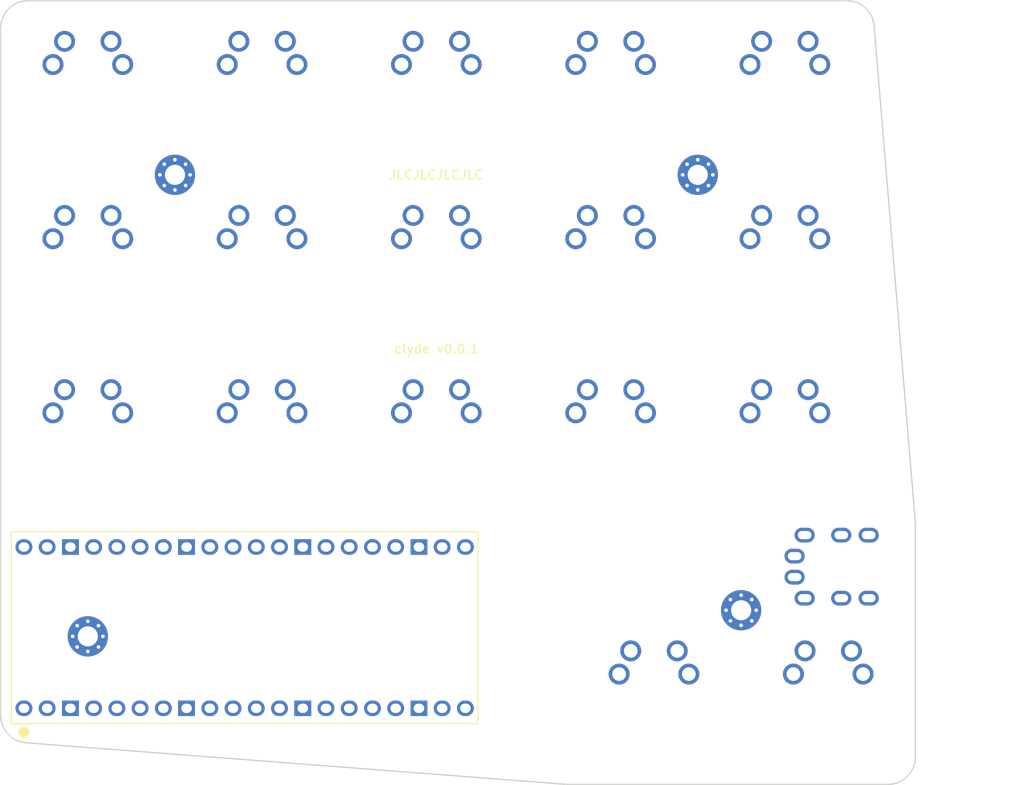
<source format=kicad_pcb>

            
(kicad_pcb (version 20171130) (host pcbnew 5.1.6)

  (page A3)
  (title_block
    (title clyde-mx)
    (rev v1.0.0)
    (company Unknown)
  )

  (general
    (thickness 1.6)
  )

  (layers
    (0 F.Cu signal)
    (31 B.Cu signal)
    (32 B.Adhes user)
    (33 F.Adhes user)
    (34 B.Paste user)
    (35 F.Paste user)
    (36 B.SilkS user)
    (37 F.SilkS user)
    (38 B.Mask user)
    (39 F.Mask user)
    (40 Dwgs.User user)
    (41 Cmts.User user)
    (42 Eco1.User user)
    (43 Eco2.User user)
    (44 Edge.Cuts user)
    (45 Margin user)
    (46 B.CrtYd user)
    (47 F.CrtYd user)
    (48 B.Fab user)
    (49 F.Fab user)
  )

  (setup
    (last_trace_width 0.25)
    (trace_clearance 0.2)
    (zone_clearance 0.508)
    (zone_45_only no)
    (trace_min 0.2)
    (via_size 0.8)
    (via_drill 0.4)
    (via_min_size 0.4)
    (via_min_drill 0.3)
    (uvia_size 0.3)
    (uvia_drill 0.1)
    (uvias_allowed no)
    (uvia_min_size 0.2)
    (uvia_min_drill 0.1)
    (edge_width 0.05)
    (segment_width 0.2)
    (pcb_text_width 0.3)
    (pcb_text_size 1.5 1.5)
    (mod_edge_width 0.12)
    (mod_text_size 1 1)
    (mod_text_width 0.15)
    (pad_size 1.524 1.524)
    (pad_drill 0.762)
    (pad_to_mask_clearance 0.05)
    (aux_axis_origin 0 0)
    (visible_elements FFFFFF7F)
    (pcbplotparams
      (layerselection 0x010fc_ffffffff)
      (usegerberextensions false)
      (usegerberattributes true)
      (usegerberadvancedattributes true)
      (creategerberjobfile true)
      (excludeedgelayer true)
      (linewidth 0.100000)
      (plotframeref false)
      (viasonmask false)
      (mode 1)
      (useauxorigin false)
      (hpglpennumber 1)
      (hpglpenspeed 20)
      (hpglpendiameter 15.000000)
      (psnegative false)
      (psa4output false)
      (plotreference true)
      (plotvalue true)
      (plotinvisibletext false)
      (padsonsilk false)
      (subtractmaskfromsilk false)
      (outputformat 1)
      (mirror false)
      (drillshape 1)
      (scaleselection 1)
      (outputdirectory ""))
  )

            (net 0 "")
(net 1 "matrix_pinky_bottom")
(net 2 "GND")
(net 3 "matrix_pinky_home")
(net 4 "matrix_pinky_top")
(net 5 "matrix_ring_bottom")
(net 6 "matrix_ring_home")
(net 7 "matrix_ring_top")
(net 8 "matrix_middle_bottom")
(net 9 "matrix_middle_home")
(net 10 "matrix_middle_top")
(net 11 "matrix_index_bottom")
(net 12 "matrix_index_home")
(net 13 "matrix_index_top")
(net 14 "matrix_inner_bottom")
(net 15 "matrix_inner_home")
(net 16 "matrix_inner_top")
(net 17 "thumbfan_near_home")
(net 18 "thumbfan_far_home")
(net 19 "GP0")
(net 20 "GP1")
(net 21 "GP2")
(net 22 "GP3")
(net 23 "GP4")
(net 24 "GP5")
(net 25 "GP6")
(net 26 "GP7")
(net 27 "GP8")
(net 28 "GP9")
(net 29 "GP10")
(net 30 "ADC_VREF")
(net 31 "3V3")
(net 32 "VSYS")
(net 33 "VBUS")
            
  (net_class Default "This is the default net class."
    (clearance 0.2)
    (trace_width 0.25)
    (via_dia 0.8)
    (via_drill 0.4)
    (uvia_dia 0.3)
    (uvia_drill 0.1)
    (add_net "")
(add_net "matrix_pinky_bottom")
(add_net "GND")
(add_net "matrix_pinky_home")
(add_net "matrix_pinky_top")
(add_net "matrix_ring_bottom")
(add_net "matrix_ring_home")
(add_net "matrix_ring_top")
(add_net "matrix_middle_bottom")
(add_net "matrix_middle_home")
(add_net "matrix_middle_top")
(add_net "matrix_index_bottom")
(add_net "matrix_index_home")
(add_net "matrix_index_top")
(add_net "matrix_inner_bottom")
(add_net "matrix_inner_home")
(add_net "matrix_inner_top")
(add_net "thumbfan_near_home")
(add_net "thumbfan_far_home")
(add_net "GP0")
(add_net "GP1")
(add_net "GP2")
(add_net "GP3")
(add_net "GP4")
(add_net "GP5")
(add_net "GP6")
(add_net "GP7")
(add_net "GP8")
(add_net "GP9")
(add_net "GP10")
(add_net "ADC_VREF")
(add_net "3V3")
(add_net "VSYS")
(add_net "VBUS")
  )

            
        
      (module MX (layer F.Cu) (tedit 5DD4F656)
      (at 152.4 152.4 0)

      
      (fp_text reference "S1" (at 0 0) (layer F.SilkS) hide (effects (font (size 1.27 1.27) (thickness 0.15))))
      (fp_text value "" (at 0 0) (layer F.SilkS) hide (effects (font (size 1.27 1.27) (thickness 0.15))))

      
      (fp_line (start -7 -6) (end -7 -7) (layer Dwgs.User) (width 0.15))
      (fp_line (start -7 7) (end -6 7) (layer Dwgs.User) (width 0.15))
      (fp_line (start -6 -7) (end -7 -7) (layer Dwgs.User) (width 0.15))
      (fp_line (start -7 7) (end -7 6) (layer Dwgs.User) (width 0.15))
      (fp_line (start 7 6) (end 7 7) (layer Dwgs.User) (width 0.15))
      (fp_line (start 7 -7) (end 6 -7) (layer Dwgs.User) (width 0.15))
      (fp_line (start 6 7) (end 7 7) (layer Dwgs.User) (width 0.15))
      (fp_line (start 7 -7) (end 7 -6) (layer Dwgs.User) (width 0.15))
    
      
      (pad "" np_thru_hole circle (at 0 0) (size 3.9878 3.9878) (drill 3.9878) (layers *.Cu *.Mask))

      
      (pad "" np_thru_hole circle (at 5.08 0) (size 1.7018 1.7018) (drill 1.7018) (layers *.Cu *.Mask))
      (pad "" np_thru_hole circle (at -5.08 0) (size 1.7018 1.7018) (drill 1.7018) (layers *.Cu *.Mask))
      
        
      
      (fp_line (start -9.5 -9.5) (end 9.5 -9.5) (layer Dwgs.User) (width 0.15))
      (fp_line (start 9.5 -9.5) (end 9.5 9.5) (layer Dwgs.User) (width 0.15))
      (fp_line (start 9.5 9.5) (end -9.5 9.5) (layer Dwgs.User) (width 0.15))
      (fp_line (start -9.5 9.5) (end -9.5 -9.5) (layer Dwgs.User) (width 0.15))
      
        
            
            (pad 1 thru_hole circle (at 2.54 -5.08) (size 2.286 2.286) (drill 1.4986) (layers *.Cu *.Mask) (net 1 "matrix_pinky_bottom"))
            (pad 2 thru_hole circle (at -3.81 -2.54) (size 2.286 2.286) (drill 1.4986) (layers *.Cu *.Mask) (net 2 "GND"))
          
        
            
            (pad 1 thru_hole circle (at -2.54 -5.08) (size 2.286 2.286) (drill 1.4986) (layers *.Cu *.Mask) (net 1 "matrix_pinky_bottom"))
            (pad 2 thru_hole circle (at 3.81 -2.54) (size 2.286 2.286) (drill 1.4986) (layers *.Cu *.Mask) (net 2 "GND"))
          )
        

        
      (module MX (layer F.Cu) (tedit 5DD4F656)
      (at 152.4 133.35 0)

      
      (fp_text reference "S2" (at 0 0) (layer F.SilkS) hide (effects (font (size 1.27 1.27) (thickness 0.15))))
      (fp_text value "" (at 0 0) (layer F.SilkS) hide (effects (font (size 1.27 1.27) (thickness 0.15))))

      
      (fp_line (start -7 -6) (end -7 -7) (layer Dwgs.User) (width 0.15))
      (fp_line (start -7 7) (end -6 7) (layer Dwgs.User) (width 0.15))
      (fp_line (start -6 -7) (end -7 -7) (layer Dwgs.User) (width 0.15))
      (fp_line (start -7 7) (end -7 6) (layer Dwgs.User) (width 0.15))
      (fp_line (start 7 6) (end 7 7) (layer Dwgs.User) (width 0.15))
      (fp_line (start 7 -7) (end 6 -7) (layer Dwgs.User) (width 0.15))
      (fp_line (start 6 7) (end 7 7) (layer Dwgs.User) (width 0.15))
      (fp_line (start 7 -7) (end 7 -6) (layer Dwgs.User) (width 0.15))
    
      
      (pad "" np_thru_hole circle (at 0 0) (size 3.9878 3.9878) (drill 3.9878) (layers *.Cu *.Mask))

      
      (pad "" np_thru_hole circle (at 5.08 0) (size 1.7018 1.7018) (drill 1.7018) (layers *.Cu *.Mask))
      (pad "" np_thru_hole circle (at -5.08 0) (size 1.7018 1.7018) (drill 1.7018) (layers *.Cu *.Mask))
      
        
      
      (fp_line (start -9.5 -9.5) (end 9.5 -9.5) (layer Dwgs.User) (width 0.15))
      (fp_line (start 9.5 -9.5) (end 9.5 9.5) (layer Dwgs.User) (width 0.15))
      (fp_line (start 9.5 9.5) (end -9.5 9.5) (layer Dwgs.User) (width 0.15))
      (fp_line (start -9.5 9.5) (end -9.5 -9.5) (layer Dwgs.User) (width 0.15))
      
        
            
            (pad 1 thru_hole circle (at 2.54 -5.08) (size 2.286 2.286) (drill 1.4986) (layers *.Cu *.Mask) (net 3 "matrix_pinky_home"))
            (pad 2 thru_hole circle (at -3.81 -2.54) (size 2.286 2.286) (drill 1.4986) (layers *.Cu *.Mask) (net 2 "GND"))
          
        
            
            (pad 1 thru_hole circle (at -2.54 -5.08) (size 2.286 2.286) (drill 1.4986) (layers *.Cu *.Mask) (net 3 "matrix_pinky_home"))
            (pad 2 thru_hole circle (at 3.81 -2.54) (size 2.286 2.286) (drill 1.4986) (layers *.Cu *.Mask) (net 2 "GND"))
          )
        

        
      (module MX (layer F.Cu) (tedit 5DD4F656)
      (at 152.4 114.3 0)

      
      (fp_text reference "S3" (at 0 0) (layer F.SilkS) hide (effects (font (size 1.27 1.27) (thickness 0.15))))
      (fp_text value "" (at 0 0) (layer F.SilkS) hide (effects (font (size 1.27 1.27) (thickness 0.15))))

      
      (fp_line (start -7 -6) (end -7 -7) (layer Dwgs.User) (width 0.15))
      (fp_line (start -7 7) (end -6 7) (layer Dwgs.User) (width 0.15))
      (fp_line (start -6 -7) (end -7 -7) (layer Dwgs.User) (width 0.15))
      (fp_line (start -7 7) (end -7 6) (layer Dwgs.User) (width 0.15))
      (fp_line (start 7 6) (end 7 7) (layer Dwgs.User) (width 0.15))
      (fp_line (start 7 -7) (end 6 -7) (layer Dwgs.User) (width 0.15))
      (fp_line (start 6 7) (end 7 7) (layer Dwgs.User) (width 0.15))
      (fp_line (start 7 -7) (end 7 -6) (layer Dwgs.User) (width 0.15))
    
      
      (pad "" np_thru_hole circle (at 0 0) (size 3.9878 3.9878) (drill 3.9878) (layers *.Cu *.Mask))

      
      (pad "" np_thru_hole circle (at 5.08 0) (size 1.7018 1.7018) (drill 1.7018) (layers *.Cu *.Mask))
      (pad "" np_thru_hole circle (at -5.08 0) (size 1.7018 1.7018) (drill 1.7018) (layers *.Cu *.Mask))
      
        
      
      (fp_line (start -9.5 -9.5) (end 9.5 -9.5) (layer Dwgs.User) (width 0.15))
      (fp_line (start 9.5 -9.5) (end 9.5 9.5) (layer Dwgs.User) (width 0.15))
      (fp_line (start 9.5 9.5) (end -9.5 9.5) (layer Dwgs.User) (width 0.15))
      (fp_line (start -9.5 9.5) (end -9.5 -9.5) (layer Dwgs.User) (width 0.15))
      
        
            
            (pad 1 thru_hole circle (at 2.54 -5.08) (size 2.286 2.286) (drill 1.4986) (layers *.Cu *.Mask) (net 4 "matrix_pinky_top"))
            (pad 2 thru_hole circle (at -3.81 -2.54) (size 2.286 2.286) (drill 1.4986) (layers *.Cu *.Mask) (net 2 "GND"))
          
        
            
            (pad 1 thru_hole circle (at -2.54 -5.08) (size 2.286 2.286) (drill 1.4986) (layers *.Cu *.Mask) (net 4 "matrix_pinky_top"))
            (pad 2 thru_hole circle (at 3.81 -2.54) (size 2.286 2.286) (drill 1.4986) (layers *.Cu *.Mask) (net 2 "GND"))
          )
        

        
      (module MX (layer F.Cu) (tedit 5DD4F656)
      (at 171.45000000000002 152.4 0)

      
      (fp_text reference "S4" (at 0 0) (layer F.SilkS) hide (effects (font (size 1.27 1.27) (thickness 0.15))))
      (fp_text value "" (at 0 0) (layer F.SilkS) hide (effects (font (size 1.27 1.27) (thickness 0.15))))

      
      (fp_line (start -7 -6) (end -7 -7) (layer Dwgs.User) (width 0.15))
      (fp_line (start -7 7) (end -6 7) (layer Dwgs.User) (width 0.15))
      (fp_line (start -6 -7) (end -7 -7) (layer Dwgs.User) (width 0.15))
      (fp_line (start -7 7) (end -7 6) (layer Dwgs.User) (width 0.15))
      (fp_line (start 7 6) (end 7 7) (layer Dwgs.User) (width 0.15))
      (fp_line (start 7 -7) (end 6 -7) (layer Dwgs.User) (width 0.15))
      (fp_line (start 6 7) (end 7 7) (layer Dwgs.User) (width 0.15))
      (fp_line (start 7 -7) (end 7 -6) (layer Dwgs.User) (width 0.15))
    
      
      (pad "" np_thru_hole circle (at 0 0) (size 3.9878 3.9878) (drill 3.9878) (layers *.Cu *.Mask))

      
      (pad "" np_thru_hole circle (at 5.08 0) (size 1.7018 1.7018) (drill 1.7018) (layers *.Cu *.Mask))
      (pad "" np_thru_hole circle (at -5.08 0) (size 1.7018 1.7018) (drill 1.7018) (layers *.Cu *.Mask))
      
        
      
      (fp_line (start -9.5 -9.5) (end 9.5 -9.5) (layer Dwgs.User) (width 0.15))
      (fp_line (start 9.5 -9.5) (end 9.5 9.5) (layer Dwgs.User) (width 0.15))
      (fp_line (start 9.5 9.5) (end -9.5 9.5) (layer Dwgs.User) (width 0.15))
      (fp_line (start -9.5 9.5) (end -9.5 -9.5) (layer Dwgs.User) (width 0.15))
      
        
            
            (pad 1 thru_hole circle (at 2.54 -5.08) (size 2.286 2.286) (drill 1.4986) (layers *.Cu *.Mask) (net 5 "matrix_ring_bottom"))
            (pad 2 thru_hole circle (at -3.81 -2.54) (size 2.286 2.286) (drill 1.4986) (layers *.Cu *.Mask) (net 2 "GND"))
          
        
            
            (pad 1 thru_hole circle (at -2.54 -5.08) (size 2.286 2.286) (drill 1.4986) (layers *.Cu *.Mask) (net 5 "matrix_ring_bottom"))
            (pad 2 thru_hole circle (at 3.81 -2.54) (size 2.286 2.286) (drill 1.4986) (layers *.Cu *.Mask) (net 2 "GND"))
          )
        

        
      (module MX (layer F.Cu) (tedit 5DD4F656)
      (at 171.45000000000002 133.35 0)

      
      (fp_text reference "S5" (at 0 0) (layer F.SilkS) hide (effects (font (size 1.27 1.27) (thickness 0.15))))
      (fp_text value "" (at 0 0) (layer F.SilkS) hide (effects (font (size 1.27 1.27) (thickness 0.15))))

      
      (fp_line (start -7 -6) (end -7 -7) (layer Dwgs.User) (width 0.15))
      (fp_line (start -7 7) (end -6 7) (layer Dwgs.User) (width 0.15))
      (fp_line (start -6 -7) (end -7 -7) (layer Dwgs.User) (width 0.15))
      (fp_line (start -7 7) (end -7 6) (layer Dwgs.User) (width 0.15))
      (fp_line (start 7 6) (end 7 7) (layer Dwgs.User) (width 0.15))
      (fp_line (start 7 -7) (end 6 -7) (layer Dwgs.User) (width 0.15))
      (fp_line (start 6 7) (end 7 7) (layer Dwgs.User) (width 0.15))
      (fp_line (start 7 -7) (end 7 -6) (layer Dwgs.User) (width 0.15))
    
      
      (pad "" np_thru_hole circle (at 0 0) (size 3.9878 3.9878) (drill 3.9878) (layers *.Cu *.Mask))

      
      (pad "" np_thru_hole circle (at 5.08 0) (size 1.7018 1.7018) (drill 1.7018) (layers *.Cu *.Mask))
      (pad "" np_thru_hole circle (at -5.08 0) (size 1.7018 1.7018) (drill 1.7018) (layers *.Cu *.Mask))
      
        
      
      (fp_line (start -9.5 -9.5) (end 9.5 -9.5) (layer Dwgs.User) (width 0.15))
      (fp_line (start 9.5 -9.5) (end 9.5 9.5) (layer Dwgs.User) (width 0.15))
      (fp_line (start 9.5 9.5) (end -9.5 9.5) (layer Dwgs.User) (width 0.15))
      (fp_line (start -9.5 9.5) (end -9.5 -9.5) (layer Dwgs.User) (width 0.15))
      
        
            
            (pad 1 thru_hole circle (at 2.54 -5.08) (size 2.286 2.286) (drill 1.4986) (layers *.Cu *.Mask) (net 6 "matrix_ring_home"))
            (pad 2 thru_hole circle (at -3.81 -2.54) (size 2.286 2.286) (drill 1.4986) (layers *.Cu *.Mask) (net 2 "GND"))
          
        
            
            (pad 1 thru_hole circle (at -2.54 -5.08) (size 2.286 2.286) (drill 1.4986) (layers *.Cu *.Mask) (net 6 "matrix_ring_home"))
            (pad 2 thru_hole circle (at 3.81 -2.54) (size 2.286 2.286) (drill 1.4986) (layers *.Cu *.Mask) (net 2 "GND"))
          )
        

        
      (module MX (layer F.Cu) (tedit 5DD4F656)
      (at 171.45000000000002 114.3 0)

      
      (fp_text reference "S6" (at 0 0) (layer F.SilkS) hide (effects (font (size 1.27 1.27) (thickness 0.15))))
      (fp_text value "" (at 0 0) (layer F.SilkS) hide (effects (font (size 1.27 1.27) (thickness 0.15))))

      
      (fp_line (start -7 -6) (end -7 -7) (layer Dwgs.User) (width 0.15))
      (fp_line (start -7 7) (end -6 7) (layer Dwgs.User) (width 0.15))
      (fp_line (start -6 -7) (end -7 -7) (layer Dwgs.User) (width 0.15))
      (fp_line (start -7 7) (end -7 6) (layer Dwgs.User) (width 0.15))
      (fp_line (start 7 6) (end 7 7) (layer Dwgs.User) (width 0.15))
      (fp_line (start 7 -7) (end 6 -7) (layer Dwgs.User) (width 0.15))
      (fp_line (start 6 7) (end 7 7) (layer Dwgs.User) (width 0.15))
      (fp_line (start 7 -7) (end 7 -6) (layer Dwgs.User) (width 0.15))
    
      
      (pad "" np_thru_hole circle (at 0 0) (size 3.9878 3.9878) (drill 3.9878) (layers *.Cu *.Mask))

      
      (pad "" np_thru_hole circle (at 5.08 0) (size 1.7018 1.7018) (drill 1.7018) (layers *.Cu *.Mask))
      (pad "" np_thru_hole circle (at -5.08 0) (size 1.7018 1.7018) (drill 1.7018) (layers *.Cu *.Mask))
      
        
      
      (fp_line (start -9.5 -9.5) (end 9.5 -9.5) (layer Dwgs.User) (width 0.15))
      (fp_line (start 9.5 -9.5) (end 9.5 9.5) (layer Dwgs.User) (width 0.15))
      (fp_line (start 9.5 9.5) (end -9.5 9.5) (layer Dwgs.User) (width 0.15))
      (fp_line (start -9.5 9.5) (end -9.5 -9.5) (layer Dwgs.User) (width 0.15))
      
        
            
            (pad 1 thru_hole circle (at 2.54 -5.08) (size 2.286 2.286) (drill 1.4986) (layers *.Cu *.Mask) (net 7 "matrix_ring_top"))
            (pad 2 thru_hole circle (at -3.81 -2.54) (size 2.286 2.286) (drill 1.4986) (layers *.Cu *.Mask) (net 2 "GND"))
          
        
            
            (pad 1 thru_hole circle (at -2.54 -5.08) (size 2.286 2.286) (drill 1.4986) (layers *.Cu *.Mask) (net 7 "matrix_ring_top"))
            (pad 2 thru_hole circle (at 3.81 -2.54) (size 2.286 2.286) (drill 1.4986) (layers *.Cu *.Mask) (net 2 "GND"))
          )
        

        
      (module MX (layer F.Cu) (tedit 5DD4F656)
      (at 190.5 152.4 0)

      
      (fp_text reference "S7" (at 0 0) (layer F.SilkS) hide (effects (font (size 1.27 1.27) (thickness 0.15))))
      (fp_text value "" (at 0 0) (layer F.SilkS) hide (effects (font (size 1.27 1.27) (thickness 0.15))))

      
      (fp_line (start -7 -6) (end -7 -7) (layer Dwgs.User) (width 0.15))
      (fp_line (start -7 7) (end -6 7) (layer Dwgs.User) (width 0.15))
      (fp_line (start -6 -7) (end -7 -7) (layer Dwgs.User) (width 0.15))
      (fp_line (start -7 7) (end -7 6) (layer Dwgs.User) (width 0.15))
      (fp_line (start 7 6) (end 7 7) (layer Dwgs.User) (width 0.15))
      (fp_line (start 7 -7) (end 6 -7) (layer Dwgs.User) (width 0.15))
      (fp_line (start 6 7) (end 7 7) (layer Dwgs.User) (width 0.15))
      (fp_line (start 7 -7) (end 7 -6) (layer Dwgs.User) (width 0.15))
    
      
      (pad "" np_thru_hole circle (at 0 0) (size 3.9878 3.9878) (drill 3.9878) (layers *.Cu *.Mask))

      
      (pad "" np_thru_hole circle (at 5.08 0) (size 1.7018 1.7018) (drill 1.7018) (layers *.Cu *.Mask))
      (pad "" np_thru_hole circle (at -5.08 0) (size 1.7018 1.7018) (drill 1.7018) (layers *.Cu *.Mask))
      
        
      
      (fp_line (start -9.5 -9.5) (end 9.5 -9.5) (layer Dwgs.User) (width 0.15))
      (fp_line (start 9.5 -9.5) (end 9.5 9.5) (layer Dwgs.User) (width 0.15))
      (fp_line (start 9.5 9.5) (end -9.5 9.5) (layer Dwgs.User) (width 0.15))
      (fp_line (start -9.5 9.5) (end -9.5 -9.5) (layer Dwgs.User) (width 0.15))
      
        
            
            (pad 1 thru_hole circle (at 2.54 -5.08) (size 2.286 2.286) (drill 1.4986) (layers *.Cu *.Mask) (net 8 "matrix_middle_bottom"))
            (pad 2 thru_hole circle (at -3.81 -2.54) (size 2.286 2.286) (drill 1.4986) (layers *.Cu *.Mask) (net 2 "GND"))
          
        
            
            (pad 1 thru_hole circle (at -2.54 -5.08) (size 2.286 2.286) (drill 1.4986) (layers *.Cu *.Mask) (net 8 "matrix_middle_bottom"))
            (pad 2 thru_hole circle (at 3.81 -2.54) (size 2.286 2.286) (drill 1.4986) (layers *.Cu *.Mask) (net 2 "GND"))
          )
        

        
      (module MX (layer F.Cu) (tedit 5DD4F656)
      (at 190.5 133.35 0)

      
      (fp_text reference "S8" (at 0 0) (layer F.SilkS) hide (effects (font (size 1.27 1.27) (thickness 0.15))))
      (fp_text value "" (at 0 0) (layer F.SilkS) hide (effects (font (size 1.27 1.27) (thickness 0.15))))

      
      (fp_line (start -7 -6) (end -7 -7) (layer Dwgs.User) (width 0.15))
      (fp_line (start -7 7) (end -6 7) (layer Dwgs.User) (width 0.15))
      (fp_line (start -6 -7) (end -7 -7) (layer Dwgs.User) (width 0.15))
      (fp_line (start -7 7) (end -7 6) (layer Dwgs.User) (width 0.15))
      (fp_line (start 7 6) (end 7 7) (layer Dwgs.User) (width 0.15))
      (fp_line (start 7 -7) (end 6 -7) (layer Dwgs.User) (width 0.15))
      (fp_line (start 6 7) (end 7 7) (layer Dwgs.User) (width 0.15))
      (fp_line (start 7 -7) (end 7 -6) (layer Dwgs.User) (width 0.15))
    
      
      (pad "" np_thru_hole circle (at 0 0) (size 3.9878 3.9878) (drill 3.9878) (layers *.Cu *.Mask))

      
      (pad "" np_thru_hole circle (at 5.08 0) (size 1.7018 1.7018) (drill 1.7018) (layers *.Cu *.Mask))
      (pad "" np_thru_hole circle (at -5.08 0) (size 1.7018 1.7018) (drill 1.7018) (layers *.Cu *.Mask))
      
        
      
      (fp_line (start -9.5 -9.5) (end 9.5 -9.5) (layer Dwgs.User) (width 0.15))
      (fp_line (start 9.5 -9.5) (end 9.5 9.5) (layer Dwgs.User) (width 0.15))
      (fp_line (start 9.5 9.5) (end -9.5 9.5) (layer Dwgs.User) (width 0.15))
      (fp_line (start -9.5 9.5) (end -9.5 -9.5) (layer Dwgs.User) (width 0.15))
      
        
            
            (pad 1 thru_hole circle (at 2.54 -5.08) (size 2.286 2.286) (drill 1.4986) (layers *.Cu *.Mask) (net 9 "matrix_middle_home"))
            (pad 2 thru_hole circle (at -3.81 -2.54) (size 2.286 2.286) (drill 1.4986) (layers *.Cu *.Mask) (net 2 "GND"))
          
        
            
            (pad 1 thru_hole circle (at -2.54 -5.08) (size 2.286 2.286) (drill 1.4986) (layers *.Cu *.Mask) (net 9 "matrix_middle_home"))
            (pad 2 thru_hole circle (at 3.81 -2.54) (size 2.286 2.286) (drill 1.4986) (layers *.Cu *.Mask) (net 2 "GND"))
          )
        

        
      (module MX (layer F.Cu) (tedit 5DD4F656)
      (at 190.5 114.3 0)

      
      (fp_text reference "S9" (at 0 0) (layer F.SilkS) hide (effects (font (size 1.27 1.27) (thickness 0.15))))
      (fp_text value "" (at 0 0) (layer F.SilkS) hide (effects (font (size 1.27 1.27) (thickness 0.15))))

      
      (fp_line (start -7 -6) (end -7 -7) (layer Dwgs.User) (width 0.15))
      (fp_line (start -7 7) (end -6 7) (layer Dwgs.User) (width 0.15))
      (fp_line (start -6 -7) (end -7 -7) (layer Dwgs.User) (width 0.15))
      (fp_line (start -7 7) (end -7 6) (layer Dwgs.User) (width 0.15))
      (fp_line (start 7 6) (end 7 7) (layer Dwgs.User) (width 0.15))
      (fp_line (start 7 -7) (end 6 -7) (layer Dwgs.User) (width 0.15))
      (fp_line (start 6 7) (end 7 7) (layer Dwgs.User) (width 0.15))
      (fp_line (start 7 -7) (end 7 -6) (layer Dwgs.User) (width 0.15))
    
      
      (pad "" np_thru_hole circle (at 0 0) (size 3.9878 3.9878) (drill 3.9878) (layers *.Cu *.Mask))

      
      (pad "" np_thru_hole circle (at 5.08 0) (size 1.7018 1.7018) (drill 1.7018) (layers *.Cu *.Mask))
      (pad "" np_thru_hole circle (at -5.08 0) (size 1.7018 1.7018) (drill 1.7018) (layers *.Cu *.Mask))
      
        
      
      (fp_line (start -9.5 -9.5) (end 9.5 -9.5) (layer Dwgs.User) (width 0.15))
      (fp_line (start 9.5 -9.5) (end 9.5 9.5) (layer Dwgs.User) (width 0.15))
      (fp_line (start 9.5 9.5) (end -9.5 9.5) (layer Dwgs.User) (width 0.15))
      (fp_line (start -9.5 9.5) (end -9.5 -9.5) (layer Dwgs.User) (width 0.15))
      
        
            
            (pad 1 thru_hole circle (at 2.54 -5.08) (size 2.286 2.286) (drill 1.4986) (layers *.Cu *.Mask) (net 10 "matrix_middle_top"))
            (pad 2 thru_hole circle (at -3.81 -2.54) (size 2.286 2.286) (drill 1.4986) (layers *.Cu *.Mask) (net 2 "GND"))
          
        
            
            (pad 1 thru_hole circle (at -2.54 -5.08) (size 2.286 2.286) (drill 1.4986) (layers *.Cu *.Mask) (net 10 "matrix_middle_top"))
            (pad 2 thru_hole circle (at 3.81 -2.54) (size 2.286 2.286) (drill 1.4986) (layers *.Cu *.Mask) (net 2 "GND"))
          )
        

        
      (module MX (layer F.Cu) (tedit 5DD4F656)
      (at 209.55 152.4 0)

      
      (fp_text reference "S10" (at 0 0) (layer F.SilkS) hide (effects (font (size 1.27 1.27) (thickness 0.15))))
      (fp_text value "" (at 0 0) (layer F.SilkS) hide (effects (font (size 1.27 1.27) (thickness 0.15))))

      
      (fp_line (start -7 -6) (end -7 -7) (layer Dwgs.User) (width 0.15))
      (fp_line (start -7 7) (end -6 7) (layer Dwgs.User) (width 0.15))
      (fp_line (start -6 -7) (end -7 -7) (layer Dwgs.User) (width 0.15))
      (fp_line (start -7 7) (end -7 6) (layer Dwgs.User) (width 0.15))
      (fp_line (start 7 6) (end 7 7) (layer Dwgs.User) (width 0.15))
      (fp_line (start 7 -7) (end 6 -7) (layer Dwgs.User) (width 0.15))
      (fp_line (start 6 7) (end 7 7) (layer Dwgs.User) (width 0.15))
      (fp_line (start 7 -7) (end 7 -6) (layer Dwgs.User) (width 0.15))
    
      
      (pad "" np_thru_hole circle (at 0 0) (size 3.9878 3.9878) (drill 3.9878) (layers *.Cu *.Mask))

      
      (pad "" np_thru_hole circle (at 5.08 0) (size 1.7018 1.7018) (drill 1.7018) (layers *.Cu *.Mask))
      (pad "" np_thru_hole circle (at -5.08 0) (size 1.7018 1.7018) (drill 1.7018) (layers *.Cu *.Mask))
      
        
      
      (fp_line (start -9.5 -9.5) (end 9.5 -9.5) (layer Dwgs.User) (width 0.15))
      (fp_line (start 9.5 -9.5) (end 9.5 9.5) (layer Dwgs.User) (width 0.15))
      (fp_line (start 9.5 9.5) (end -9.5 9.5) (layer Dwgs.User) (width 0.15))
      (fp_line (start -9.5 9.5) (end -9.5 -9.5) (layer Dwgs.User) (width 0.15))
      
        
            
            (pad 1 thru_hole circle (at 2.54 -5.08) (size 2.286 2.286) (drill 1.4986) (layers *.Cu *.Mask) (net 11 "matrix_index_bottom"))
            (pad 2 thru_hole circle (at -3.81 -2.54) (size 2.286 2.286) (drill 1.4986) (layers *.Cu *.Mask) (net 2 "GND"))
          
        
            
            (pad 1 thru_hole circle (at -2.54 -5.08) (size 2.286 2.286) (drill 1.4986) (layers *.Cu *.Mask) (net 11 "matrix_index_bottom"))
            (pad 2 thru_hole circle (at 3.81 -2.54) (size 2.286 2.286) (drill 1.4986) (layers *.Cu *.Mask) (net 2 "GND"))
          )
        

        
      (module MX (layer F.Cu) (tedit 5DD4F656)
      (at 209.55 133.35 0)

      
      (fp_text reference "S11" (at 0 0) (layer F.SilkS) hide (effects (font (size 1.27 1.27) (thickness 0.15))))
      (fp_text value "" (at 0 0) (layer F.SilkS) hide (effects (font (size 1.27 1.27) (thickness 0.15))))

      
      (fp_line (start -7 -6) (end -7 -7) (layer Dwgs.User) (width 0.15))
      (fp_line (start -7 7) (end -6 7) (layer Dwgs.User) (width 0.15))
      (fp_line (start -6 -7) (end -7 -7) (layer Dwgs.User) (width 0.15))
      (fp_line (start -7 7) (end -7 6) (layer Dwgs.User) (width 0.15))
      (fp_line (start 7 6) (end 7 7) (layer Dwgs.User) (width 0.15))
      (fp_line (start 7 -7) (end 6 -7) (layer Dwgs.User) (width 0.15))
      (fp_line (start 6 7) (end 7 7) (layer Dwgs.User) (width 0.15))
      (fp_line (start 7 -7) (end 7 -6) (layer Dwgs.User) (width 0.15))
    
      
      (pad "" np_thru_hole circle (at 0 0) (size 3.9878 3.9878) (drill 3.9878) (layers *.Cu *.Mask))

      
      (pad "" np_thru_hole circle (at 5.08 0) (size 1.7018 1.7018) (drill 1.7018) (layers *.Cu *.Mask))
      (pad "" np_thru_hole circle (at -5.08 0) (size 1.7018 1.7018) (drill 1.7018) (layers *.Cu *.Mask))
      
        
      
      (fp_line (start -9.5 -9.5) (end 9.5 -9.5) (layer Dwgs.User) (width 0.15))
      (fp_line (start 9.5 -9.5) (end 9.5 9.5) (layer Dwgs.User) (width 0.15))
      (fp_line (start 9.5 9.5) (end -9.5 9.5) (layer Dwgs.User) (width 0.15))
      (fp_line (start -9.5 9.5) (end -9.5 -9.5) (layer Dwgs.User) (width 0.15))
      
        
            
            (pad 1 thru_hole circle (at 2.54 -5.08) (size 2.286 2.286) (drill 1.4986) (layers *.Cu *.Mask) (net 12 "matrix_index_home"))
            (pad 2 thru_hole circle (at -3.81 -2.54) (size 2.286 2.286) (drill 1.4986) (layers *.Cu *.Mask) (net 2 "GND"))
          
        
            
            (pad 1 thru_hole circle (at -2.54 -5.08) (size 2.286 2.286) (drill 1.4986) (layers *.Cu *.Mask) (net 12 "matrix_index_home"))
            (pad 2 thru_hole circle (at 3.81 -2.54) (size 2.286 2.286) (drill 1.4986) (layers *.Cu *.Mask) (net 2 "GND"))
          )
        

        
      (module MX (layer F.Cu) (tedit 5DD4F656)
      (at 209.55 114.3 0)

      
      (fp_text reference "S12" (at 0 0) (layer F.SilkS) hide (effects (font (size 1.27 1.27) (thickness 0.15))))
      (fp_text value "" (at 0 0) (layer F.SilkS) hide (effects (font (size 1.27 1.27) (thickness 0.15))))

      
      (fp_line (start -7 -6) (end -7 -7) (layer Dwgs.User) (width 0.15))
      (fp_line (start -7 7) (end -6 7) (layer Dwgs.User) (width 0.15))
      (fp_line (start -6 -7) (end -7 -7) (layer Dwgs.User) (width 0.15))
      (fp_line (start -7 7) (end -7 6) (layer Dwgs.User) (width 0.15))
      (fp_line (start 7 6) (end 7 7) (layer Dwgs.User) (width 0.15))
      (fp_line (start 7 -7) (end 6 -7) (layer Dwgs.User) (width 0.15))
      (fp_line (start 6 7) (end 7 7) (layer Dwgs.User) (width 0.15))
      (fp_line (start 7 -7) (end 7 -6) (layer Dwgs.User) (width 0.15))
    
      
      (pad "" np_thru_hole circle (at 0 0) (size 3.9878 3.9878) (drill 3.9878) (layers *.Cu *.Mask))

      
      (pad "" np_thru_hole circle (at 5.08 0) (size 1.7018 1.7018) (drill 1.7018) (layers *.Cu *.Mask))
      (pad "" np_thru_hole circle (at -5.08 0) (size 1.7018 1.7018) (drill 1.7018) (layers *.Cu *.Mask))
      
        
      
      (fp_line (start -9.5 -9.5) (end 9.5 -9.5) (layer Dwgs.User) (width 0.15))
      (fp_line (start 9.5 -9.5) (end 9.5 9.5) (layer Dwgs.User) (width 0.15))
      (fp_line (start 9.5 9.5) (end -9.5 9.5) (layer Dwgs.User) (width 0.15))
      (fp_line (start -9.5 9.5) (end -9.5 -9.5) (layer Dwgs.User) (width 0.15))
      
        
            
            (pad 1 thru_hole circle (at 2.54 -5.08) (size 2.286 2.286) (drill 1.4986) (layers *.Cu *.Mask) (net 13 "matrix_index_top"))
            (pad 2 thru_hole circle (at -3.81 -2.54) (size 2.286 2.286) (drill 1.4986) (layers *.Cu *.Mask) (net 2 "GND"))
          
        
            
            (pad 1 thru_hole circle (at -2.54 -5.08) (size 2.286 2.286) (drill 1.4986) (layers *.Cu *.Mask) (net 13 "matrix_index_top"))
            (pad 2 thru_hole circle (at 3.81 -2.54) (size 2.286 2.286) (drill 1.4986) (layers *.Cu *.Mask) (net 2 "GND"))
          )
        

        
      (module MX (layer F.Cu) (tedit 5DD4F656)
      (at 228.60000000000002 152.4 0)

      
      (fp_text reference "S13" (at 0 0) (layer F.SilkS) hide (effects (font (size 1.27 1.27) (thickness 0.15))))
      (fp_text value "" (at 0 0) (layer F.SilkS) hide (effects (font (size 1.27 1.27) (thickness 0.15))))

      
      (fp_line (start -7 -6) (end -7 -7) (layer Dwgs.User) (width 0.15))
      (fp_line (start -7 7) (end -6 7) (layer Dwgs.User) (width 0.15))
      (fp_line (start -6 -7) (end -7 -7) (layer Dwgs.User) (width 0.15))
      (fp_line (start -7 7) (end -7 6) (layer Dwgs.User) (width 0.15))
      (fp_line (start 7 6) (end 7 7) (layer Dwgs.User) (width 0.15))
      (fp_line (start 7 -7) (end 6 -7) (layer Dwgs.User) (width 0.15))
      (fp_line (start 6 7) (end 7 7) (layer Dwgs.User) (width 0.15))
      (fp_line (start 7 -7) (end 7 -6) (layer Dwgs.User) (width 0.15))
    
      
      (pad "" np_thru_hole circle (at 0 0) (size 3.9878 3.9878) (drill 3.9878) (layers *.Cu *.Mask))

      
      (pad "" np_thru_hole circle (at 5.08 0) (size 1.7018 1.7018) (drill 1.7018) (layers *.Cu *.Mask))
      (pad "" np_thru_hole circle (at -5.08 0) (size 1.7018 1.7018) (drill 1.7018) (layers *.Cu *.Mask))
      
        
      
      (fp_line (start -9.5 -9.5) (end 9.5 -9.5) (layer Dwgs.User) (width 0.15))
      (fp_line (start 9.5 -9.5) (end 9.5 9.5) (layer Dwgs.User) (width 0.15))
      (fp_line (start 9.5 9.5) (end -9.5 9.5) (layer Dwgs.User) (width 0.15))
      (fp_line (start -9.5 9.5) (end -9.5 -9.5) (layer Dwgs.User) (width 0.15))
      
        
            
            (pad 1 thru_hole circle (at 2.54 -5.08) (size 2.286 2.286) (drill 1.4986) (layers *.Cu *.Mask) (net 14 "matrix_inner_bottom"))
            (pad 2 thru_hole circle (at -3.81 -2.54) (size 2.286 2.286) (drill 1.4986) (layers *.Cu *.Mask) (net 2 "GND"))
          
        
            
            (pad 1 thru_hole circle (at -2.54 -5.08) (size 2.286 2.286) (drill 1.4986) (layers *.Cu *.Mask) (net 14 "matrix_inner_bottom"))
            (pad 2 thru_hole circle (at 3.81 -2.54) (size 2.286 2.286) (drill 1.4986) (layers *.Cu *.Mask) (net 2 "GND"))
          )
        

        
      (module MX (layer F.Cu) (tedit 5DD4F656)
      (at 228.60000000000002 133.35 0)

      
      (fp_text reference "S14" (at 0 0) (layer F.SilkS) hide (effects (font (size 1.27 1.27) (thickness 0.15))))
      (fp_text value "" (at 0 0) (layer F.SilkS) hide (effects (font (size 1.27 1.27) (thickness 0.15))))

      
      (fp_line (start -7 -6) (end -7 -7) (layer Dwgs.User) (width 0.15))
      (fp_line (start -7 7) (end -6 7) (layer Dwgs.User) (width 0.15))
      (fp_line (start -6 -7) (end -7 -7) (layer Dwgs.User) (width 0.15))
      (fp_line (start -7 7) (end -7 6) (layer Dwgs.User) (width 0.15))
      (fp_line (start 7 6) (end 7 7) (layer Dwgs.User) (width 0.15))
      (fp_line (start 7 -7) (end 6 -7) (layer Dwgs.User) (width 0.15))
      (fp_line (start 6 7) (end 7 7) (layer Dwgs.User) (width 0.15))
      (fp_line (start 7 -7) (end 7 -6) (layer Dwgs.User) (width 0.15))
    
      
      (pad "" np_thru_hole circle (at 0 0) (size 3.9878 3.9878) (drill 3.9878) (layers *.Cu *.Mask))

      
      (pad "" np_thru_hole circle (at 5.08 0) (size 1.7018 1.7018) (drill 1.7018) (layers *.Cu *.Mask))
      (pad "" np_thru_hole circle (at -5.08 0) (size 1.7018 1.7018) (drill 1.7018) (layers *.Cu *.Mask))
      
        
      
      (fp_line (start -9.5 -9.5) (end 9.5 -9.5) (layer Dwgs.User) (width 0.15))
      (fp_line (start 9.5 -9.5) (end 9.5 9.5) (layer Dwgs.User) (width 0.15))
      (fp_line (start 9.5 9.5) (end -9.5 9.5) (layer Dwgs.User) (width 0.15))
      (fp_line (start -9.5 9.5) (end -9.5 -9.5) (layer Dwgs.User) (width 0.15))
      
        
            
            (pad 1 thru_hole circle (at 2.54 -5.08) (size 2.286 2.286) (drill 1.4986) (layers *.Cu *.Mask) (net 15 "matrix_inner_home"))
            (pad 2 thru_hole circle (at -3.81 -2.54) (size 2.286 2.286) (drill 1.4986) (layers *.Cu *.Mask) (net 2 "GND"))
          
        
            
            (pad 1 thru_hole circle (at -2.54 -5.08) (size 2.286 2.286) (drill 1.4986) (layers *.Cu *.Mask) (net 15 "matrix_inner_home"))
            (pad 2 thru_hole circle (at 3.81 -2.54) (size 2.286 2.286) (drill 1.4986) (layers *.Cu *.Mask) (net 2 "GND"))
          )
        

        
      (module MX (layer F.Cu) (tedit 5DD4F656)
      (at 228.60000000000002 114.3 0)

      
      (fp_text reference "S15" (at 0 0) (layer F.SilkS) hide (effects (font (size 1.27 1.27) (thickness 0.15))))
      (fp_text value "" (at 0 0) (layer F.SilkS) hide (effects (font (size 1.27 1.27) (thickness 0.15))))

      
      (fp_line (start -7 -6) (end -7 -7) (layer Dwgs.User) (width 0.15))
      (fp_line (start -7 7) (end -6 7) (layer Dwgs.User) (width 0.15))
      (fp_line (start -6 -7) (end -7 -7) (layer Dwgs.User) (width 0.15))
      (fp_line (start -7 7) (end -7 6) (layer Dwgs.User) (width 0.15))
      (fp_line (start 7 6) (end 7 7) (layer Dwgs.User) (width 0.15))
      (fp_line (start 7 -7) (end 6 -7) (layer Dwgs.User) (width 0.15))
      (fp_line (start 6 7) (end 7 7) (layer Dwgs.User) (width 0.15))
      (fp_line (start 7 -7) (end 7 -6) (layer Dwgs.User) (width 0.15))
    
      
      (pad "" np_thru_hole circle (at 0 0) (size 3.9878 3.9878) (drill 3.9878) (layers *.Cu *.Mask))

      
      (pad "" np_thru_hole circle (at 5.08 0) (size 1.7018 1.7018) (drill 1.7018) (layers *.Cu *.Mask))
      (pad "" np_thru_hole circle (at -5.08 0) (size 1.7018 1.7018) (drill 1.7018) (layers *.Cu *.Mask))
      
        
      
      (fp_line (start -9.5 -9.5) (end 9.5 -9.5) (layer Dwgs.User) (width 0.15))
      (fp_line (start 9.5 -9.5) (end 9.5 9.5) (layer Dwgs.User) (width 0.15))
      (fp_line (start 9.5 9.5) (end -9.5 9.5) (layer Dwgs.User) (width 0.15))
      (fp_line (start -9.5 9.5) (end -9.5 -9.5) (layer Dwgs.User) (width 0.15))
      
        
            
            (pad 1 thru_hole circle (at 2.54 -5.08) (size 2.286 2.286) (drill 1.4986) (layers *.Cu *.Mask) (net 16 "matrix_inner_top"))
            (pad 2 thru_hole circle (at -3.81 -2.54) (size 2.286 2.286) (drill 1.4986) (layers *.Cu *.Mask) (net 2 "GND"))
          
        
            
            (pad 1 thru_hole circle (at -2.54 -5.08) (size 2.286 2.286) (drill 1.4986) (layers *.Cu *.Mask) (net 16 "matrix_inner_top"))
            (pad 2 thru_hole circle (at 3.81 -2.54) (size 2.286 2.286) (drill 1.4986) (layers *.Cu *.Mask) (net 2 "GND"))
          )
        

        
      (module MX (layer F.Cu) (tedit 5DD4F656)
      (at 214.29000000000002 180.975 0)

      
      (fp_text reference "S16" (at 0 0) (layer F.SilkS) hide (effects (font (size 1.27 1.27) (thickness 0.15))))
      (fp_text value "" (at 0 0) (layer F.SilkS) hide (effects (font (size 1.27 1.27) (thickness 0.15))))

      
      (fp_line (start -7 -6) (end -7 -7) (layer Dwgs.User) (width 0.15))
      (fp_line (start -7 7) (end -6 7) (layer Dwgs.User) (width 0.15))
      (fp_line (start -6 -7) (end -7 -7) (layer Dwgs.User) (width 0.15))
      (fp_line (start -7 7) (end -7 6) (layer Dwgs.User) (width 0.15))
      (fp_line (start 7 6) (end 7 7) (layer Dwgs.User) (width 0.15))
      (fp_line (start 7 -7) (end 6 -7) (layer Dwgs.User) (width 0.15))
      (fp_line (start 6 7) (end 7 7) (layer Dwgs.User) (width 0.15))
      (fp_line (start 7 -7) (end 7 -6) (layer Dwgs.User) (width 0.15))
    
      
      (pad "" np_thru_hole circle (at 0 0) (size 3.9878 3.9878) (drill 3.9878) (layers *.Cu *.Mask))

      
      (pad "" np_thru_hole circle (at 5.08 0) (size 1.7018 1.7018) (drill 1.7018) (layers *.Cu *.Mask))
      (pad "" np_thru_hole circle (at -5.08 0) (size 1.7018 1.7018) (drill 1.7018) (layers *.Cu *.Mask))
      
        
      
      (fp_line (start -9.5 -9.5) (end 9.5 -9.5) (layer Dwgs.User) (width 0.15))
      (fp_line (start 9.5 -9.5) (end 9.5 9.5) (layer Dwgs.User) (width 0.15))
      (fp_line (start 9.5 9.5) (end -9.5 9.5) (layer Dwgs.User) (width 0.15))
      (fp_line (start -9.5 9.5) (end -9.5 -9.5) (layer Dwgs.User) (width 0.15))
      
        
            
            (pad 1 thru_hole circle (at 2.54 -5.08) (size 2.286 2.286) (drill 1.4986) (layers *.Cu *.Mask) (net 17 "thumbfan_near_home"))
            (pad 2 thru_hole circle (at -3.81 -2.54) (size 2.286 2.286) (drill 1.4986) (layers *.Cu *.Mask) (net 2 "GND"))
          
        
            
            (pad 1 thru_hole circle (at -2.54 -5.08) (size 2.286 2.286) (drill 1.4986) (layers *.Cu *.Mask) (net 17 "thumbfan_near_home"))
            (pad 2 thru_hole circle (at 3.81 -2.54) (size 2.286 2.286) (drill 1.4986) (layers *.Cu *.Mask) (net 2 "GND"))
          )
        

        
      (module MX (layer F.Cu) (tedit 5DD4F656)
      (at 233.34000000000003 180.975 0)

      
      (fp_text reference "S17" (at 0 0) (layer F.SilkS) hide (effects (font (size 1.27 1.27) (thickness 0.15))))
      (fp_text value "" (at 0 0) (layer F.SilkS) hide (effects (font (size 1.27 1.27) (thickness 0.15))))

      
      (fp_line (start -7 -6) (end -7 -7) (layer Dwgs.User) (width 0.15))
      (fp_line (start -7 7) (end -6 7) (layer Dwgs.User) (width 0.15))
      (fp_line (start -6 -7) (end -7 -7) (layer Dwgs.User) (width 0.15))
      (fp_line (start -7 7) (end -7 6) (layer Dwgs.User) (width 0.15))
      (fp_line (start 7 6) (end 7 7) (layer Dwgs.User) (width 0.15))
      (fp_line (start 7 -7) (end 6 -7) (layer Dwgs.User) (width 0.15))
      (fp_line (start 6 7) (end 7 7) (layer Dwgs.User) (width 0.15))
      (fp_line (start 7 -7) (end 7 -6) (layer Dwgs.User) (width 0.15))
    
      
      (pad "" np_thru_hole circle (at 0 0) (size 3.9878 3.9878) (drill 3.9878) (layers *.Cu *.Mask))

      
      (pad "" np_thru_hole circle (at 5.08 0) (size 1.7018 1.7018) (drill 1.7018) (layers *.Cu *.Mask))
      (pad "" np_thru_hole circle (at -5.08 0) (size 1.7018 1.7018) (drill 1.7018) (layers *.Cu *.Mask))
      
        
      
      (fp_line (start -9.5 -9.5) (end 9.5 -9.5) (layer Dwgs.User) (width 0.15))
      (fp_line (start 9.5 -9.5) (end 9.5 9.5) (layer Dwgs.User) (width 0.15))
      (fp_line (start 9.5 9.5) (end -9.5 9.5) (layer Dwgs.User) (width 0.15))
      (fp_line (start -9.5 9.5) (end -9.5 -9.5) (layer Dwgs.User) (width 0.15))
      
        
            
            (pad 1 thru_hole circle (at 2.54 -5.08) (size 2.286 2.286) (drill 1.4986) (layers *.Cu *.Mask) (net 18 "thumbfan_far_home"))
            (pad 2 thru_hole circle (at -3.81 -2.54) (size 2.286 2.286) (drill 1.4986) (layers *.Cu *.Mask) (net 2 "GND"))
          
        
            
            (pad 1 thru_hole circle (at -2.54 -5.08) (size 2.286 2.286) (drill 1.4986) (layers *.Cu *.Mask) (net 18 "thumbfan_far_home"))
            (pad 2 thru_hole circle (at 3.81 -2.54) (size 2.286 2.286) (drill 1.4986) (layers *.Cu *.Mask) (net 2 "GND"))
          )
        

      (module RPi_Pico_TH_oval_face_up 
        (layer F.Cu)
        (attr through_hole)
        (at 169.54500000000002 173.35500000000002 90)
        (fp_text reference U0 (at 0 0) (layer F.Fab) hide
          (effects (font (size 1 1) (thickness 0.15)))
          (tstamp db43bf1b-fd5c-4a08-b779-663eec4fe496)
        )
        (fp_text value Pico (at 0 2.159) (layer F.Fab)
          (effects (font (size 1 1) (thickness 0.15)))
          (tstamp 957d80db-26db-4e86-a9dc-29ad4ca5095b)
        )
        (fp_line (start -10.5 25.5) (end 10.5 25.5) (layer F.SilkS) (width 0.12) (tstamp 0ee7d488-c8e1-4c44-86f9-cb3179c1dcc3))
        (fp_line (start -10.5 -25.5) (end -10.5 25.5) (layer F.SilkS) (width 0.12) (tstamp 534bc5c9-f3fb-4616-80c7-bc456d144644))
        (fp_line (start -10.5 -25.5) (end 10.5 -25.5) (layer F.SilkS) (width 0.12) (tstamp 68482ec9-0f6b-4f20-939f-192de417ebc3))
        (fp_line (start 10.5 -25.5) (end 10.5 25.5) (layer F.SilkS) (width 0.12) (tstamp 81447e22-84f7-41be-abbd-faa8158a1a92))
        (fp_circle (center -11.43 -24.13) (end -10.795 -24.13) (layer F.SilkS) (width 0) (fill solid) (tstamp 6850ce9f-d644-475c-8473-9f77a98004b5))
        (fp_line (start 11 -26) (end -11 -26) (layer F.CrtYd) (width 0.12) (tstamp 2f9ae238-1fb9-4e15-8fa1-677f80c040a6))
        (fp_line (start -11 -26) (end -11 26) (layer F.CrtYd) (width 0.12) (tstamp 699ff8d4-2c0e-4217-95dd-298b70b89404))
        (fp_line (start -11 26) (end 11 26) (layer F.CrtYd) (width 0.12) (tstamp 72b8bd2c-7322-4211-94c6-b8b57c1ae45f))
        (fp_line (start 11 26) (end 11 -26) (layer F.CrtYd) (width 0.12) (tstamp 81d02e3f-8a4a-4f4a-8c87-a49e720a351f))
        (fp_line (start -10.5 -25.5) (end -10.5 25.5) (layer F.Fab) (width 0.12) (tstamp 2b9714fd-9cdd-4b0a-940e-6a9561081b60))
        (fp_line (start 10.5 25.5) (end 10.5 -25.5) (layer F.Fab) (width 0.12) (tstamp 66e308bb-0f20-48b1-96bd-7e938eb86aff))
        (fp_line (start 10.5 -24.2) (end 9.2 -25.5) (layer F.Fab) (width 0.12) (tstamp 80bc0467-dc46-4791-9307-44241d7966d4))
        (fp_line (start 10.5 -25.5) (end -10.5 -25.5) (layer F.Fab) (width 0.12) (tstamp d2cf8733-14a9-4c23-b276-1bc10c1a5f51))
        (fp_line (start -10.5 25.5) (end 10.5 25.5) (layer F.Fab) (width 0.12) (tstamp e840b107-3750-438e-b78f-29c9d0d23fc4))
        (pad 1 thru_hole oval (at -8.82 -24.13) (size 1.84 1.7) (drill oval 1.16 1.02) (layers *.Cu *.Mask) (tstamp 261789c0-418e-4ec0-8cdf-89abe1f96c5d) (net 19 "GP0"))
        (pad 2 thru_hole oval (at -8.82 -21.59) (size 1.84 1.7) (drill oval 1.16 1.02) (layers *.Cu *.Mask) (tstamp 82df91bd-b1f7-4cb5-a4b8-f014077ed225) (net 20 "GP1"))
        (pad 3 thru_hole rect (at -8.82 -19.05) (size 1.84 1.7) (drill oval 1.16 1.02) (layers *.Cu *.Mask) (tstamp e2d28f85-8433-4782-86c1-698d98ca355b) (net 2 "GND"))
        (pad 4 thru_hole oval (at -8.82 -16.51) (size 1.84 1.7) (drill oval 1.16 1.02) (layers *.Cu *.Mask) (tstamp 6c215906-b1c0-41e7-a1ee-f64340a0df1f) (net 21 "GP2"))
        (pad 5 thru_hole oval (at -8.82 -13.97) (size 1.84 1.7) (drill oval 1.16 1.02) (layers *.Cu *.Mask) (tstamp 76c55b2f-8f9b-48f6-a612-6fe3631d36eb) (net 22 "GP3"))
        (pad 6 thru_hole oval (at -8.82 -11.43) (size 1.84 1.7) (drill oval 1.16 1.02) (layers *.Cu *.Mask) (tstamp 210013bf-6406-44cc-a685-766765aa871b) (net 23 "GP4"))
        (pad 7 thru_hole oval (at -8.82 -8.89) (size 1.84 1.7) (drill oval 1.16 1.02) (layers *.Cu *.Mask) (tstamp 2a1ac614-5190-4c1d-94c5-f92822392dbd) (net 24 "GP5"))
        (pad 8 thru_hole rect (at -8.82 -6.35) (size 1.84 1.7) (drill oval 1.16 1.02) (layers *.Cu *.Mask) (tstamp 3aca05ca-5eaa-49fe-b403-9e2bce888982) (net 2 "GND"))
        (pad 9 thru_hole oval (at -8.82 -3.81) (size 1.84 1.7) (drill oval 1.16 1.02) (layers *.Cu *.Mask) (tstamp fc3ee03b-64c4-4765-a4db-f9ccddc815c0) (net 25 "GP6"))
        (pad 10 thru_hole oval (at -8.82 -1.27) (size 1.84 1.7) (drill oval 1.16 1.02) (layers *.Cu *.Mask) (tstamp 1cbf2788-2f4d-4a14-987b-1ca92d4e80a5) (net 26 "GP7"))
        (pad 11 thru_hole oval (at -8.82 1.27) (size 1.84 1.7) (drill oval 1.16 1.02) (layers *.Cu *.Mask) (tstamp b8d2415c-f56e-4a89-978d-a2919d2209f5) (net 27 "GP8"))
        (pad 12 thru_hole oval (at -8.82 3.81) (size 1.84 1.7) (drill oval 1.16 1.02) (layers *.Cu *.Mask) (tstamp 721079ce-6e9b-4142-b40e-724402815846) (net 28 "GP9"))
        (pad 13 thru_hole rect (at -8.82 6.35) (size 1.84 1.7) (drill oval 1.16 1.02) (layers *.Cu *.Mask) (tstamp 156789ac-0299-4e4b-9bdc-aae415420eec) (net 2 "GND"))
        (pad 14 thru_hole oval (at -8.82 8.89) (size 1.84 1.7) (drill oval 1.16 1.02) (layers *.Cu *.Mask) (tstamp fda6fba3-26de-4533-ab37-f87bb8ca8965) (net 29 "GP10"))
        (pad 15 thru_hole oval (at -8.82 11.43) (size 1.84 1.7) (drill oval 1.16 1.02) (layers *.Cu *.Mask) (tstamp db248dbe-bef4-43e0-991f-f8907ae081d4) (net 18 "thumbfan_far_home"))
        (pad 16 thru_hole oval (at -8.82 13.97) (size 1.84 1.7) (drill oval 1.16 1.02) (layers *.Cu *.Mask) (tstamp 8b5154dc-4718-4a03-ad67-ed035a4319ce) (net 17 "thumbfan_near_home"))
        (pad 17 thru_hole oval (at -8.82 16.51) (size 1.84 1.7) (drill oval 1.16 1.02) (layers *.Cu *.Mask) (tstamp eb64b7d2-d623-452c-9703-2bb0265ee337) (net 16 "matrix_inner_top"))
        (pad 18 thru_hole rect (at -8.82 19.05) (size 1.84 1.7) (drill oval 1.16 1.02) (layers *.Cu *.Mask) (tstamp f7386878-6bd2-49fb-be47-6588e913174b) (net 2 "GND"))
        (pad 19 thru_hole oval (at -8.82 21.59) (size 1.84 1.7) (drill oval 1.16 1.02) (layers *.Cu *.Mask) (tstamp fa8076fb-ecc2-4918-a4f3-511178e9ad37) (net 15 "matrix_inner_home"))
        (pad 20 thru_hole oval (at -8.82 24.13) (size 1.84 1.7) (drill oval 1.16 1.02) (layers *.Cu *.Mask) (tstamp 4b6b7c47-5e11-4065-b26e-9c14c9c8ee50) (net 14 "matrix_inner_bottom"))
        (pad 21 thru_hole oval (at 8.82 24.13) (size 1.84 1.7) (drill oval 1.16 1.02) (layers *.Cu *.Mask) (tstamp 7a45c78c-faae-432b-8399-806250e23db7) (net 11 "matrix_index_bottom"))
        (pad 22 thru_hole oval (at 8.82 21.59) (size 1.84 1.7) (drill oval 1.16 1.02) (layers *.Cu *.Mask) (tstamp 852f4f24-f0ec-4812-8953-10a1c9ba8b18) (net 12 "matrix_index_home"))
        (pad 23 thru_hole rect (at 8.82 19.05) (size 1.84 1.7) (drill oval 1.16 1.02) (layers *.Cu *.Mask) (tstamp 6fbe5d8d-e43a-4207-a531-c4dfe41759ce) (net 2 "GND"))
        (pad 24 thru_hole oval (at 8.82 16.51) (size 1.84 1.7) (drill oval 1.16 1.02) (layers *.Cu *.Mask) (tstamp 48f29450-601c-4f43-bede-558f16a2580a) (net 13 "matrix_index_top"))
        (pad 25 thru_hole oval (at 8.82 13.97) (size 1.84 1.7) (drill oval 1.16 1.02) (layers *.Cu *.Mask) (tstamp 0cf035fe-7441-41a9-8ecd-8633f9511a86) (net 8 "matrix_middle_bottom"))
        (pad 26 thru_hole oval (at 8.82 11.43) (size 1.84 1.7) (drill oval 1.16 1.02) (layers *.Cu *.Mask) (tstamp 4aa34793-001c-422a-9a9e-f2fa24b7c918) (net 9 "matrix_middle_home"))
        (pad 27 thru_hole oval (at 8.82 8.89) (size 1.84 1.7) (drill oval 1.16 1.02) (layers *.Cu *.Mask) (tstamp 07bfbc8a-823e-44b5-ab95-5c0659fd56bb) (net 10 "matrix_middle_top"))
        (pad 28 thru_hole rect (at 8.82 6.35) (size 1.84 1.7) (drill oval 1.16 1.02) (layers *.Cu *.Mask) (tstamp 6fd23c62-f256-47b1-9fb2-80a0473029fb) (net 2 "GND"))
        (pad 29 thru_hole oval (at 8.82 3.81) (size 1.84 1.7) (drill oval 1.16 1.02) (layers *.Cu *.Mask) (tstamp 0e54c542-e3a2-4db6-883d-37a3ad94739d) (net 7 "matrix_ring_top"))
        (pad 30 thru_hole oval (at 8.82 1.27) (size 1.84 1.7) (drill oval 1.16 1.02) (layers *.Cu *.Mask) (tstamp 49dcd950-fbab-4ac5-9a36-86d2c2a0259e) (net 6 "matrix_ring_home"))
        (pad 31 thru_hole oval (at 8.82 -1.27) (size 1.84 1.7) (drill oval 1.16 1.02) (layers *.Cu *.Mask) (tstamp 84cce8d0-f83b-4f08-af4b-1d62af837a54) (net 5 "matrix_ring_bottom"))
        (pad 32 thru_hole oval (at 8.82 -3.81) (size 1.84 1.7) (drill oval 1.16 1.02) (layers *.Cu *.Mask) (tstamp da79c04c-a207-48dc-a5d7-8a078322a160) (net 1 "matrix_pinky_bottom"))
        (pad 33 thru_hole rect (at 8.82 -6.35) (size 1.84 1.7) (drill oval 1.16 1.02) (layers *.Cu *.Mask) (tstamp 9db6e273-f7b0-4ab9-9b75-cb2195ede133) (net 2 "GND"))
        (pad 34 thru_hole oval (at 8.82 -8.89) (size 1.84 1.7) (drill oval 1.16 1.02) (layers *.Cu *.Mask) (tstamp 36be125c-d820-40b1-81f5-37cb6c4c1027) (net 3 "matrix_pinky_home"))
        (pad 35 thru_hole oval (at 8.82 -11.43) (size 1.84 1.7) (drill oval 1.16 1.02) (layers *.Cu *.Mask) (tstamp 510cc5c4-e61c-4e17-93d1-bd10b62ad6fb) (net 30 "ADC_VREF"))
        (pad 36 thru_hole oval (at 8.82 -13.97) (size 1.84 1.7) (drill oval 1.16 1.02) (layers *.Cu *.Mask) (tstamp 33256a6e-b053-471b-ac8e-081487946d0e) (net 4 "matrix_pinky_top"))
        (pad 37 thru_hole oval (at 8.82 -16.51) (size 1.84 1.7) (drill oval 1.16 1.02) (layers *.Cu *.Mask) (tstamp ac928fb2-0ce9-4e34-8e2d-402b47a0d641) (net 31 "3V3"))
        (pad 38 thru_hole rect (at 8.82 -19.05) (size 1.84 1.7) (drill oval 1.16 1.02) (layers *.Cu *.Mask) (tstamp cb792c93-111c-4188-a8ba-8930e71f97d8) (net 2 "GND"))
        (pad 39 thru_hole oval (at 8.82 -21.59) (size 1.84 1.7) (drill oval 1.16 1.02) (layers *.Cu *.Mask) (tstamp b8260a4c-72c5-48e1-9736-d2140182d3fc) (net 32 "VSYS"))
        (pad 40 thru_hole oval (at 8.82 -24.13) (size 1.84 1.7) (drill oval 1.16 1.02) (layers *.Cu *.Mask) (tstamp 1a60f562-a956-4d54-a00f-6201c5b12308) (net 33 "VBUS"))
      )
      

          
      (module TRRS-PJ-320A-dual (layer F.Cu) (tedit 5970F8E5)

      (at 240.96000000000004 167.8305 270)   

      
      (fp_text reference "TRRS1" (at 0 14.2) (layer Dwgs.User) (effects (font (size 1 1) (thickness 0.15))))
      (fp_text value TRRS-PJ-320A-dual (at 0 -5.6) (layer F.Fab) (effects (font (size 1 1) (thickness 0.15))))

      
      (fp_line (start 0.5 -2) (end -5.1 -2) (layer Dwgs.User) (width 0.15))
      (fp_line (start -5.1 0) (end -5.1 -2) (layer Dwgs.User) (width 0.15))
      (fp_line (start 0.5 0) (end 0.5 -2) (layer Dwgs.User) (width 0.15))
      (fp_line (start -5.35 0) (end -5.35 12.1) (layer Dwgs.User) (width 0.15))
      (fp_line (start 0.75 0) (end 0.75 12.1) (layer Dwgs.User) (width 0.15))
      (fp_line (start 0.75 12.1) (end -5.35 12.1) (layer Dwgs.User) (width 0.15))
      (fp_line (start 0.75 0) (end -5.35 0) (layer Dwgs.User) (width 0.15))

      
          
          
          
        (pad 1 thru_hole oval (at -2.3 11.3 270) (size 1.6 2.2) (drill oval 0.9 1.5) (layers *.Cu *.Mask) (net 32 "VSYS"))
        (pad 2 thru_hole oval (at 2.3 10.2 270) (size 1.6 2.2) (drill oval 0.9 1.5) (layers *.Cu *.Mask) (net 2 "GND"))
        (pad 3 thru_hole oval (at 2.3 6.2 270) (size 1.6 2.2) (drill oval 0.9 1.5) (layers *.Cu *.Mask) (net 27 "GP8"))
        (pad 4 thru_hole oval (at 2.3 3.2 270) (size 1.6 2.2) (drill oval 0.9 1.5) (layers *.Cu *.Mask) (net 28 "GP9"))
      
          
        (pad 1 thru_hole oval (at 0 11.3 270) (size 1.6 2.2) (drill oval 0.9 1.5) (layers *.Cu *.Mask) (net 32 "VSYS"))
        (pad 2 thru_hole oval (at -4.6 10.2 270) (size 1.6 2.2) (drill oval 0.9 1.5) (layers *.Cu *.Mask) (net 2 "GND"))
        (pad 3 thru_hole oval (at -4.6 6.2 270) (size 1.6 2.2) (drill oval 0.9 1.5) (layers *.Cu *.Mask) (net 28 "GP9"))
        (pad 4 thru_hole oval (at -4.6 3.2 270) (size 1.6 2.2) (drill oval 0.9 1.5) (layers *.Cu *.Mask) (net 27 "GP8"))
      )
        

            (gr_text "JLCJLCJLCJLC" (at 190.5 123.825 0) (layer F.SilkS)
                (effects (font (size 1 1) (thickness 0.15)) )
            )
        

            (gr_text "clyde v0.0.1" (at 190.5 142.875 0) (layer F.SilkS)
                (effects (font (size 1 1) (thickness 0.15)) )
            )
        

    (module "MountingHole_2.2mm_M2_Pad_Via" (version 20210722) (generator pcbnew) (layer "F.Cu")
      (tedit 56DDB9C7)
      (at 223.81500000000003 171.45 0) 
    
      (fp_text reference "_4" (at 0 -3.2) (layer "F.SilkS") hide 
        (effects (font (size 1 1) (thickness 0.15)))
        (tstamp b68bb25c-687d-44b1-b966-dad4cac66b35)
      )
    
      (fp_circle (center 0 0) (end 2.45 0) (layer "F.CrtYd") (width 0.05) (fill none) (tstamp b2688462-c375-45d3-9095-3425fb17c88f))
      (pad "1" thru_hole circle locked (at 1.166726 1.166726) (size 0.7 0.7) (drill 0.4) (layers *.Cu *.Mask) (tstamp 2a7fc905-328f-4bbb-9222-ca8d15d03a86))
      (pad "1" thru_hole circle locked (at 0 0) (size 4.4 4.4) (drill 2.2) (layers *.Cu *.Mask) (tstamp 47ee1d53-0551-4b6d-bc24-3f3f14c73c36))
      (pad "1" thru_hole circle locked (at 0 1.65) (size 0.7 0.7) (drill 0.4) (layers *.Cu *.Mask) (tstamp 4eef65bc-4add-40d7-8319-14dcdbae0d44))
      (pad "1" thru_hole circle locked (at 1.166726 -1.166726) (size 0.7 0.7) (drill 0.4) (layers *.Cu *.Mask) (tstamp 56155f4d-2ebc-4ad4-8d82-7aa7846deba8))
      (pad "1" thru_hole circle locked (at -1.65 0) (size 0.7 0.7) (drill 0.4) (layers *.Cu *.Mask) (tstamp 787d6162-1d3c-4def-859e-6532ce27c1ef))
      (pad "1" thru_hole circle locked (at -1.166726 -1.166726) (size 0.7 0.7) (drill 0.4) (layers *.Cu *.Mask) (tstamp 8d699d12-7099-4814-bbe6-11bc74c6e8b2))
      (pad "1" thru_hole circle locked (at -1.166726 1.166726) (size 0.7 0.7) (drill 0.4) (layers *.Cu *.Mask) (tstamp 95ab0420-a56b-46ee-98ad-5072a1a93a6f))
      (pad "1" thru_hole circle locked (at 1.65 0) (size 0.7 0.7) (drill 0.4) (layers *.Cu *.Mask) (tstamp cde0acf2-b3b4-46de-9f6e-3ab519744000))
      (pad "1" thru_hole circle locked (at 0 -1.65) (size 0.7 0.7) (drill 0.4) (layers *.Cu *.Mask) (tstamp ff0de415-ae11-46fb-b780-c24aee621212))
    )

    (module "MountingHole_2.2mm_M2_Pad_Via" (version 20210722) (generator pcbnew) (layer "F.Cu")
      (tedit 56DDB9C7)
      (at 152.4 174.3075 0) 
    
      (fp_text reference "_5" (at 0 -3.2) (layer "F.SilkS") hide 
        (effects (font (size 1 1) (thickness 0.15)))
        (tstamp b68bb25c-687d-44b1-b966-dad4cac66b35)
      )
    
      (fp_circle (center 0 0) (end 2.45 0) (layer "F.CrtYd") (width 0.05) (fill none) (tstamp b2688462-c375-45d3-9095-3425fb17c88f))
      (pad "1" thru_hole circle locked (at 1.166726 1.166726) (size 0.7 0.7) (drill 0.4) (layers *.Cu *.Mask) (tstamp 2a7fc905-328f-4bbb-9222-ca8d15d03a86))
      (pad "1" thru_hole circle locked (at 0 0) (size 4.4 4.4) (drill 2.2) (layers *.Cu *.Mask) (tstamp 47ee1d53-0551-4b6d-bc24-3f3f14c73c36))
      (pad "1" thru_hole circle locked (at 0 1.65) (size 0.7 0.7) (drill 0.4) (layers *.Cu *.Mask) (tstamp 4eef65bc-4add-40d7-8319-14dcdbae0d44))
      (pad "1" thru_hole circle locked (at 1.166726 -1.166726) (size 0.7 0.7) (drill 0.4) (layers *.Cu *.Mask) (tstamp 56155f4d-2ebc-4ad4-8d82-7aa7846deba8))
      (pad "1" thru_hole circle locked (at -1.65 0) (size 0.7 0.7) (drill 0.4) (layers *.Cu *.Mask) (tstamp 787d6162-1d3c-4def-859e-6532ce27c1ef))
      (pad "1" thru_hole circle locked (at -1.166726 -1.166726) (size 0.7 0.7) (drill 0.4) (layers *.Cu *.Mask) (tstamp 8d699d12-7099-4814-bbe6-11bc74c6e8b2))
      (pad "1" thru_hole circle locked (at -1.166726 1.166726) (size 0.7 0.7) (drill 0.4) (layers *.Cu *.Mask) (tstamp 95ab0420-a56b-46ee-98ad-5072a1a93a6f))
      (pad "1" thru_hole circle locked (at 1.65 0) (size 0.7 0.7) (drill 0.4) (layers *.Cu *.Mask) (tstamp cde0acf2-b3b4-46de-9f6e-3ab519744000))
      (pad "1" thru_hole circle locked (at 0 -1.65) (size 0.7 0.7) (drill 0.4) (layers *.Cu *.Mask) (tstamp ff0de415-ae11-46fb-b780-c24aee621212))
    )

    (module "MountingHole_2.2mm_M2_Pad_Via" (version 20210722) (generator pcbnew) (layer "F.Cu")
      (tedit 56DDB9C7)
      (at 161.925 123.82499999999999 0) 
    
      (fp_text reference "_6" (at 0 -3.2) (layer "F.SilkS") hide 
        (effects (font (size 1 1) (thickness 0.15)))
        (tstamp b68bb25c-687d-44b1-b966-dad4cac66b35)
      )
    
      (fp_circle (center 0 0) (end 2.45 0) (layer "F.CrtYd") (width 0.05) (fill none) (tstamp b2688462-c375-45d3-9095-3425fb17c88f))
      (pad "1" thru_hole circle locked (at 1.166726 1.166726) (size 0.7 0.7) (drill 0.4) (layers *.Cu *.Mask) (tstamp 2a7fc905-328f-4bbb-9222-ca8d15d03a86))
      (pad "1" thru_hole circle locked (at 0 0) (size 4.4 4.4) (drill 2.2) (layers *.Cu *.Mask) (tstamp 47ee1d53-0551-4b6d-bc24-3f3f14c73c36))
      (pad "1" thru_hole circle locked (at 0 1.65) (size 0.7 0.7) (drill 0.4) (layers *.Cu *.Mask) (tstamp 4eef65bc-4add-40d7-8319-14dcdbae0d44))
      (pad "1" thru_hole circle locked (at 1.166726 -1.166726) (size 0.7 0.7) (drill 0.4) (layers *.Cu *.Mask) (tstamp 56155f4d-2ebc-4ad4-8d82-7aa7846deba8))
      (pad "1" thru_hole circle locked (at -1.65 0) (size 0.7 0.7) (drill 0.4) (layers *.Cu *.Mask) (tstamp 787d6162-1d3c-4def-859e-6532ce27c1ef))
      (pad "1" thru_hole circle locked (at -1.166726 -1.166726) (size 0.7 0.7) (drill 0.4) (layers *.Cu *.Mask) (tstamp 8d699d12-7099-4814-bbe6-11bc74c6e8b2))
      (pad "1" thru_hole circle locked (at -1.166726 1.166726) (size 0.7 0.7) (drill 0.4) (layers *.Cu *.Mask) (tstamp 95ab0420-a56b-46ee-98ad-5072a1a93a6f))
      (pad "1" thru_hole circle locked (at 1.65 0) (size 0.7 0.7) (drill 0.4) (layers *.Cu *.Mask) (tstamp cde0acf2-b3b4-46de-9f6e-3ab519744000))
      (pad "1" thru_hole circle locked (at 0 -1.65) (size 0.7 0.7) (drill 0.4) (layers *.Cu *.Mask) (tstamp ff0de415-ae11-46fb-b780-c24aee621212))
    )

    (module "MountingHole_2.2mm_M2_Pad_Via" (version 20210722) (generator pcbnew) (layer "F.Cu")
      (tedit 56DDB9C7)
      (at 219.07500000000002 123.82499999999999 0) 
    
      (fp_text reference "_7" (at 0 -3.2) (layer "F.SilkS") hide 
        (effects (font (size 1 1) (thickness 0.15)))
        (tstamp b68bb25c-687d-44b1-b966-dad4cac66b35)
      )
    
      (fp_circle (center 0 0) (end 2.45 0) (layer "F.CrtYd") (width 0.05) (fill none) (tstamp b2688462-c375-45d3-9095-3425fb17c88f))
      (pad "1" thru_hole circle locked (at 1.166726 1.166726) (size 0.7 0.7) (drill 0.4) (layers *.Cu *.Mask) (tstamp 2a7fc905-328f-4bbb-9222-ca8d15d03a86))
      (pad "1" thru_hole circle locked (at 0 0) (size 4.4 4.4) (drill 2.2) (layers *.Cu *.Mask) (tstamp 47ee1d53-0551-4b6d-bc24-3f3f14c73c36))
      (pad "1" thru_hole circle locked (at 0 1.65) (size 0.7 0.7) (drill 0.4) (layers *.Cu *.Mask) (tstamp 4eef65bc-4add-40d7-8319-14dcdbae0d44))
      (pad "1" thru_hole circle locked (at 1.166726 -1.166726) (size 0.7 0.7) (drill 0.4) (layers *.Cu *.Mask) (tstamp 56155f4d-2ebc-4ad4-8d82-7aa7846deba8))
      (pad "1" thru_hole circle locked (at -1.65 0) (size 0.7 0.7) (drill 0.4) (layers *.Cu *.Mask) (tstamp 787d6162-1d3c-4def-859e-6532ce27c1ef))
      (pad "1" thru_hole circle locked (at -1.166726 -1.166726) (size 0.7 0.7) (drill 0.4) (layers *.Cu *.Mask) (tstamp 8d699d12-7099-4814-bbe6-11bc74c6e8b2))
      (pad "1" thru_hole circle locked (at -1.166726 1.166726) (size 0.7 0.7) (drill 0.4) (layers *.Cu *.Mask) (tstamp 95ab0420-a56b-46ee-98ad-5072a1a93a6f))
      (pad "1" thru_hole circle locked (at 1.65 0) (size 0.7 0.7) (drill 0.4) (layers *.Cu *.Mask) (tstamp cde0acf2-b3b4-46de-9f6e-3ab519744000))
      (pad "1" thru_hole circle locked (at 0 -1.65) (size 0.7 0.7) (drill 0.4) (layers *.Cu *.Mask) (tstamp ff0de415-ae11-46fb-b780-c24aee621212))
    )
            (gr_line (start 142.875 182.9594839973703) (end 142.875 107.77499999999999) (angle 90) (layer Edge.Cuts) (width 0.15))
(gr_line (start 145.875 104.77499999999999) (end 235.3635180643045 104.77499999999999) (angle 90) (layer Edge.Cuts) (width 0.15))
(gr_line (start 238.35325257322495 107.52703260755379) (end 242.85473450892053 161.80122936388352) (angle 90) (layer Edge.Cuts) (width 0.15))
(gr_line (start 242.865 162.04919675632937) (end 242.865 187.5) (angle 90) (layer Edge.Cuts) (width 0.15))
(gr_line (start 239.865 190.5) (end 204.8802567774803 190.5) (angle 90) (layer Edge.Cuts) (width 0.15))
(gr_line (start 204.65008418454144 190.49115710823847) (end 145.64482740706114 185.9506411056088) (angle 90) (layer Edge.Cuts) (width 0.15))
(gr_arc (start 145.875 107.77499999999999) (end 145.875 104.77499999999999) (angle -90) (layer Edge.Cuts) (width 0.15))
(gr_arc (start 235.3635180643045 107.77499999999999) (end 238.35325256430448 107.5270326) (angle -85.25876255983363) (layer Edge.Cuts) (width 0.15))
(gr_arc (start 239.865 162.04919675632937) (end 242.865 162.04919675632937) (angle -4.741237440159497) (layer Edge.Cuts) (width 0.15))
(gr_arc (start 239.865 187.5) (end 239.865 190.5) (angle -90) (layer Edge.Cuts) (width 0.15))
(gr_arc (start 204.8802567774803 187.5) (end 204.6500841774803 190.4911571) (angle -4.400297001419915) (layer Edge.Cuts) (width 0.15))
(gr_arc (start 145.875 182.9594839973703) (end 142.875 182.9594839973703) (angle -85.59970299858014) (layer Edge.Cuts) (width 0.15))
            
)

        
</source>
